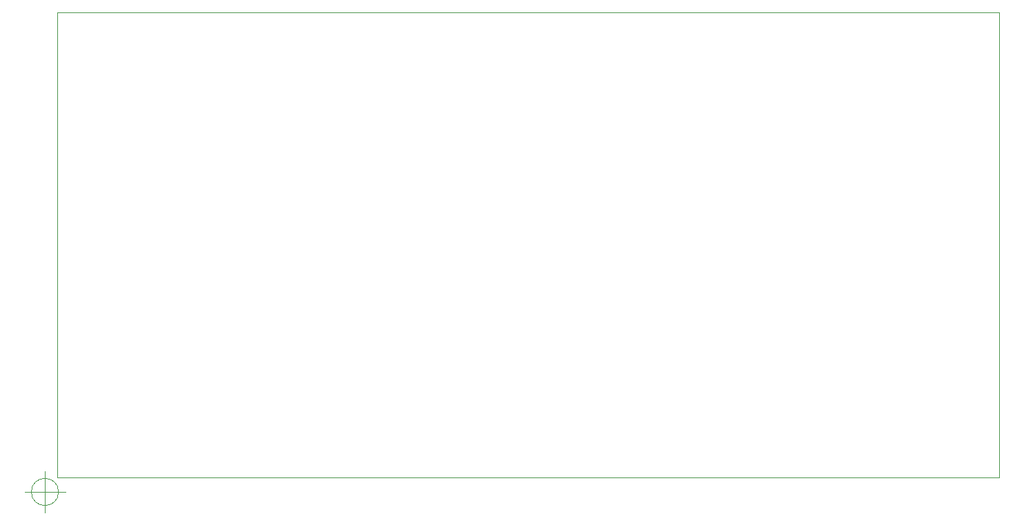
<source format=gbr>
G04 #@! TF.GenerationSoftware,KiCad,Pcbnew,5.1.6+dfsg1-1*
G04 #@! TF.CreationDate,2021-04-10T12:13:44+02:00*
G04 #@! TF.ProjectId,xfaders,78666164-6572-4732-9e6b-696361645f70,rev?*
G04 #@! TF.SameCoordinates,Original*
G04 #@! TF.FileFunction,Profile,NP*
%FSLAX46Y46*%
G04 Gerber Fmt 4.6, Leading zero omitted, Abs format (unit mm)*
G04 Created by KiCad (PCBNEW 5.1.6+dfsg1-1) date 2021-04-10 12:13:44*
%MOMM*%
%LPD*%
G01*
G04 APERTURE LIST*
G04 #@! TA.AperFunction,Profile*
%ADD10C,0.050000*%
G04 #@! TD*
G04 APERTURE END LIST*
D10*
X55006666Y-117602000D02*
G75*
G03*
X55006666Y-117602000I-1666666J0D01*
G01*
X50840000Y-117602000D02*
X55840000Y-117602000D01*
X53340000Y-115102000D02*
X53340000Y-120102000D01*
X54864000Y-58674000D02*
X54864000Y-115824000D01*
X170434000Y-115824000D02*
X54864000Y-115824000D01*
X170434000Y-58674000D02*
X170434000Y-115824000D01*
X54864000Y-58674000D02*
X170434000Y-58674000D01*
M02*

</source>
